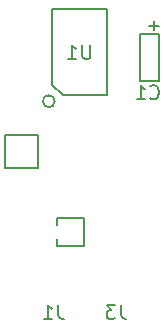
<source format=gbr>
G04 #@! TF.FileFunction,Other,ECO2*
%FSLAX46Y46*%
G04 Gerber Fmt 4.6, Leading zero omitted, Abs format (unit mm)*
G04 Created by KiCad (PCBNEW 4.0.5) date 07/07/17 12:51:05*
%MOMM*%
%LPD*%
G01*
G04 APERTURE LIST*
%ADD10C,0.100000*%
%ADD11C,0.200000*%
G04 APERTURE END LIST*
D10*
D11*
X154000000Y-111342857D02*
X154000000Y-112200000D01*
X154057142Y-112371429D01*
X154171428Y-112485714D01*
X154342857Y-112542857D01*
X154457142Y-112542857D01*
X153542856Y-111342857D02*
X152799999Y-111342857D01*
X153199999Y-111800000D01*
X153028571Y-111800000D01*
X152914285Y-111857143D01*
X152857142Y-111914286D01*
X152799999Y-112028571D01*
X152799999Y-112314286D01*
X152857142Y-112428571D01*
X152914285Y-112485714D01*
X153028571Y-112542857D01*
X153371428Y-112542857D01*
X153485714Y-112485714D01*
X153542856Y-112428571D01*
X148700000Y-111342857D02*
X148700000Y-112200000D01*
X148757142Y-112371429D01*
X148871428Y-112485714D01*
X149042857Y-112542857D01*
X149157142Y-112542857D01*
X147499999Y-112542857D02*
X148185714Y-112542857D01*
X147842856Y-112542857D02*
X147842856Y-111342857D01*
X147957142Y-111514286D01*
X148071428Y-111628571D01*
X148185714Y-111685714D01*
X148600000Y-104000000D02*
X148600000Y-104600000D01*
X148600000Y-106400000D02*
X148600000Y-105800000D01*
X150900000Y-106400000D02*
X148600000Y-106400000D01*
X150900000Y-104000000D02*
X150900000Y-106400000D01*
X148600000Y-104000000D02*
X150900000Y-104000000D01*
X151414286Y-89342857D02*
X151414286Y-90314286D01*
X151357143Y-90428571D01*
X151300000Y-90485714D01*
X151185714Y-90542857D01*
X150957143Y-90542857D01*
X150842857Y-90485714D01*
X150785714Y-90428571D01*
X150728571Y-90314286D01*
X150728571Y-89342857D01*
X149528571Y-90542857D02*
X150214286Y-90542857D01*
X149871428Y-90542857D02*
X149871428Y-89342857D01*
X149985714Y-89514286D01*
X150100000Y-89628571D01*
X150214286Y-89685714D01*
X156499999Y-93828571D02*
X156557142Y-93885714D01*
X156728571Y-93942857D01*
X156842857Y-93942857D01*
X157014285Y-93885714D01*
X157128571Y-93771429D01*
X157185714Y-93657143D01*
X157242857Y-93428571D01*
X157242857Y-93257143D01*
X157185714Y-93028571D01*
X157128571Y-92914286D01*
X157014285Y-92800000D01*
X156842857Y-92742857D01*
X156728571Y-92742857D01*
X156557142Y-92800000D01*
X156499999Y-92857143D01*
X155357142Y-93942857D02*
X156042857Y-93942857D01*
X155699999Y-93942857D02*
X155699999Y-92742857D01*
X155814285Y-92914286D01*
X155928571Y-93028571D01*
X156042857Y-93085714D01*
X156400000Y-87700000D02*
X157200000Y-87700000D01*
X156800000Y-88100000D02*
X156800000Y-87300000D01*
X157200000Y-88400000D02*
X155600000Y-88400000D01*
X157200000Y-92400000D02*
X157200000Y-88400000D01*
X155600000Y-92400000D02*
X157200000Y-92400000D01*
X155600000Y-92300000D02*
X155600000Y-92400000D01*
X155600000Y-88400000D02*
X155600000Y-92300000D01*
X144200000Y-99800000D02*
X144200000Y-97000000D01*
X147000000Y-99800000D02*
X144200000Y-99800000D01*
X147000000Y-97000000D02*
X147000000Y-99800000D01*
X144200000Y-97000000D02*
X147000000Y-97000000D01*
X148409902Y-94109901D02*
G75*
G03X148409902Y-94109901I-509902J0D01*
G01*
X152800000Y-86300000D02*
X148200000Y-86300000D01*
X152800000Y-93600000D02*
X152800000Y-86300000D01*
X149100000Y-93600000D02*
X152800000Y-93600000D01*
X148200000Y-92700000D02*
X149100000Y-93600000D01*
X148200000Y-86300000D02*
X148200000Y-92700000D01*
M02*

</source>
